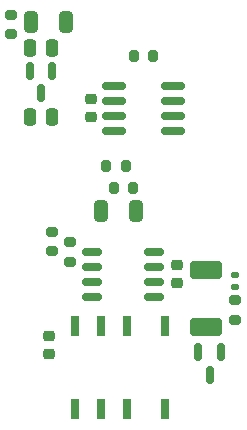
<source format=gbr>
%TF.GenerationSoftware,KiCad,Pcbnew,9.0.1*%
%TF.CreationDate,2025-08-02T01:33:37-07:00*%
%TF.ProjectId,bottom,626f7474-6f6d-42e6-9b69-6361645f7063,A1*%
%TF.SameCoordinates,PX578c1c0PY3d09000*%
%TF.FileFunction,Paste,Top*%
%TF.FilePolarity,Positive*%
%FSLAX46Y46*%
G04 Gerber Fmt 4.6, Leading zero omitted, Abs format (unit mm)*
G04 Created by KiCad (PCBNEW 9.0.1) date 2025-08-02 01:33:37*
%MOMM*%
%LPD*%
G01*
G04 APERTURE LIST*
G04 Aperture macros list*
%AMRoundRect*
0 Rectangle with rounded corners*
0 $1 Rounding radius*
0 $2 $3 $4 $5 $6 $7 $8 $9 X,Y pos of 4 corners*
0 Add a 4 corners polygon primitive as box body*
4,1,4,$2,$3,$4,$5,$6,$7,$8,$9,$2,$3,0*
0 Add four circle primitives for the rounded corners*
1,1,$1+$1,$2,$3*
1,1,$1+$1,$4,$5*
1,1,$1+$1,$6,$7*
1,1,$1+$1,$8,$9*
0 Add four rect primitives between the rounded corners*
20,1,$1+$1,$2,$3,$4,$5,0*
20,1,$1+$1,$4,$5,$6,$7,0*
20,1,$1+$1,$6,$7,$8,$9,0*
20,1,$1+$1,$8,$9,$2,$3,0*%
G04 Aperture macros list end*
%ADD10RoundRect,0.250000X-0.250000X-0.475000X0.250000X-0.475000X0.250000X0.475000X-0.250000X0.475000X0*%
%ADD11RoundRect,0.200000X-0.200000X-0.275000X0.200000X-0.275000X0.200000X0.275000X-0.200000X0.275000X0*%
%ADD12RoundRect,0.200000X-0.275000X0.200000X-0.275000X-0.200000X0.275000X-0.200000X0.275000X0.200000X0*%
%ADD13R,0.800000X1.800000*%
%ADD14RoundRect,0.200000X0.200000X0.275000X-0.200000X0.275000X-0.200000X-0.275000X0.200000X-0.275000X0*%
%ADD15RoundRect,0.225000X-0.250000X0.225000X-0.250000X-0.225000X0.250000X-0.225000X0.250000X0.225000X0*%
%ADD16RoundRect,0.150000X0.825000X0.150000X-0.825000X0.150000X-0.825000X-0.150000X0.825000X-0.150000X0*%
%ADD17RoundRect,0.135000X0.185000X-0.135000X0.185000X0.135000X-0.185000X0.135000X-0.185000X-0.135000X0*%
%ADD18RoundRect,0.150000X-0.150000X0.587500X-0.150000X-0.587500X0.150000X-0.587500X0.150000X0.587500X0*%
%ADD19RoundRect,0.150000X0.675000X0.150000X-0.675000X0.150000X-0.675000X-0.150000X0.675000X-0.150000X0*%
%ADD20RoundRect,0.250000X0.325000X0.650000X-0.325000X0.650000X-0.325000X-0.650000X0.325000X-0.650000X0*%
%ADD21RoundRect,0.250000X-0.325000X-0.650000X0.325000X-0.650000X0.325000X0.650000X-0.325000X0.650000X0*%
%ADD22RoundRect,0.225000X0.250000X-0.225000X0.250000X0.225000X-0.250000X0.225000X-0.250000X-0.225000X0*%
%ADD23RoundRect,0.250000X1.100000X-0.500000X1.100000X0.500000X-1.100000X0.500000X-1.100000X-0.500000X0*%
G04 APERTURE END LIST*
D10*
%TO.C,C2*%
X9413000Y-24426000D03*
X11313000Y-24426000D03*
%TD*%
D11*
%TO.C,R6*%
X18237000Y-25096000D03*
X19887000Y-25096000D03*
%TD*%
D12*
%TO.C,R4*%
X11339000Y-40011000D03*
X11339000Y-41661000D03*
%TD*%
D13*
%TO.C,K1*%
X20865000Y-48025000D03*
X17665000Y-48025000D03*
X15465000Y-48025000D03*
X13265000Y-48025000D03*
X13265000Y-55025000D03*
X15465000Y-55025000D03*
X17665000Y-55025000D03*
X20865000Y-55025000D03*
%TD*%
D14*
%TO.C,R3*%
X17557229Y-34436000D03*
X15907229Y-34436000D03*
%TD*%
D15*
%TO.C,C7*%
X11061000Y-48832000D03*
X11061000Y-50382000D03*
%TD*%
D16*
%TO.C,U2*%
X21537000Y-31446000D03*
X21537000Y-30176000D03*
X21537000Y-28906000D03*
X21537000Y-27636000D03*
X16587000Y-27636000D03*
X16587000Y-28906000D03*
X16587000Y-30176000D03*
X16587000Y-31446000D03*
%TD*%
D17*
%TO.C,R8*%
X26809000Y-44658000D03*
X26809000Y-43638000D03*
%TD*%
D15*
%TO.C,C6*%
X21857000Y-42792000D03*
X21857000Y-44342000D03*
%TD*%
D12*
%TO.C,R5*%
X12839000Y-40900000D03*
X12839000Y-42550000D03*
%TD*%
D18*
%TO.C,U3*%
X11313000Y-26409500D03*
X9413000Y-26409500D03*
X10363000Y-28284500D03*
%TD*%
D14*
%TO.C,R2*%
X18192229Y-36341000D03*
X16542229Y-36341000D03*
%TD*%
D19*
%TO.C,U1*%
X19964000Y-45535000D03*
X19964000Y-44265000D03*
X19964000Y-42995000D03*
X19964000Y-41725000D03*
X14714000Y-41725000D03*
X14714000Y-42995000D03*
X14714000Y-44265000D03*
X14714000Y-45535000D03*
%TD*%
D20*
%TO.C,C3*%
X18427000Y-38246000D03*
X15477000Y-38246000D03*
%TD*%
D21*
%TO.C,C1*%
X9523000Y-22267000D03*
X12473000Y-22267000D03*
%TD*%
D22*
%TO.C,C5*%
X14617000Y-30316000D03*
X14617000Y-28766000D03*
%TD*%
D23*
%TO.C,D1*%
X24330000Y-48030000D03*
X24330000Y-43230000D03*
%TD*%
D10*
%TO.C,C4*%
X9413000Y-30268000D03*
X11313000Y-30268000D03*
%TD*%
D12*
%TO.C,R7*%
X26831000Y-45826000D03*
X26831000Y-47476000D03*
%TD*%
%TO.C,R1*%
X7883000Y-21656000D03*
X7883000Y-23306000D03*
%TD*%
D18*
%TO.C,Q1*%
X25600000Y-50230000D03*
X23700000Y-50230000D03*
X24650000Y-52105000D03*
%TD*%
M02*

</source>
